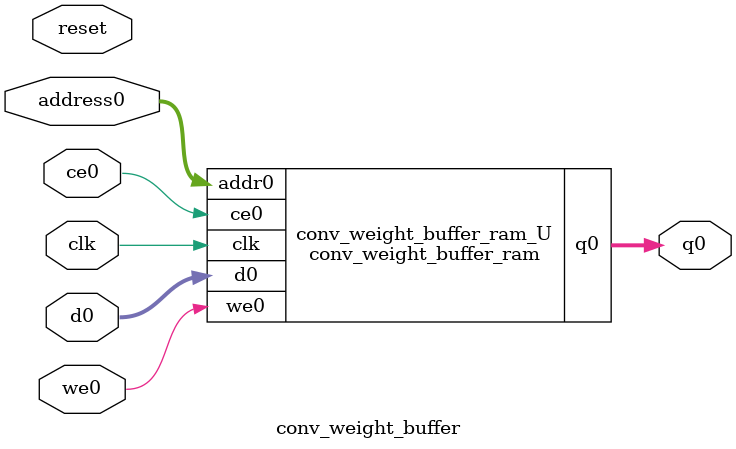
<source format=v>
`timescale 1 ns / 1 ps
module conv_weight_buffer_ram (addr0, ce0, d0, we0, q0,  clk);

parameter DWIDTH = 32;
parameter AWIDTH = 4;
parameter MEM_SIZE = 10;

input[AWIDTH-1:0] addr0;
input ce0;
input[DWIDTH-1:0] d0;
input we0;
output reg[DWIDTH-1:0] q0;
input clk;

(* ram_style = "distributed" *)reg [DWIDTH-1:0] ram[0:MEM_SIZE-1];




always @(posedge clk)  
begin 
    if (ce0) 
    begin
        if (we0) 
        begin 
            ram[addr0] <= d0; 
        end 
        q0 <= ram[addr0];
    end
end


endmodule

`timescale 1 ns / 1 ps
module conv_weight_buffer(
    reset,
    clk,
    address0,
    ce0,
    we0,
    d0,
    q0);

parameter DataWidth = 32'd32;
parameter AddressRange = 32'd10;
parameter AddressWidth = 32'd4;
input reset;
input clk;
input[AddressWidth - 1:0] address0;
input ce0;
input we0;
input[DataWidth - 1:0] d0;
output[DataWidth - 1:0] q0;



conv_weight_buffer_ram conv_weight_buffer_ram_U(
    .clk( clk ),
    .addr0( address0 ),
    .ce0( ce0 ),
    .we0( we0 ),
    .d0( d0 ),
    .q0( q0 ));

endmodule


</source>
